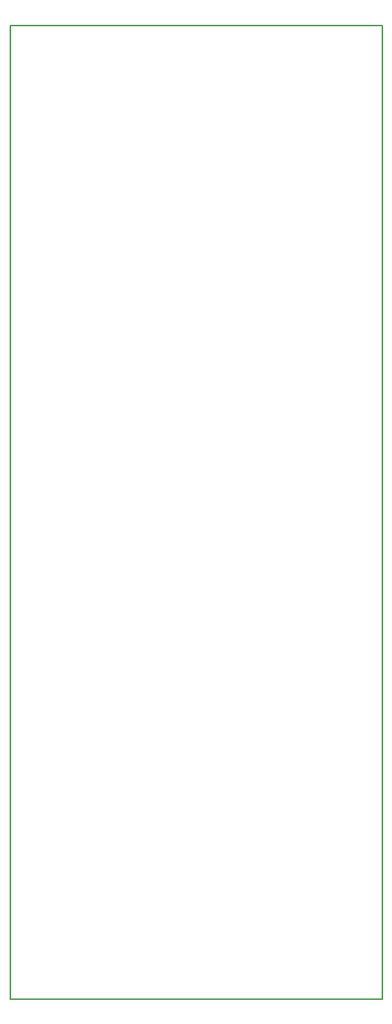
<source format=gbr>
%TF.GenerationSoftware,KiCad,Pcbnew,(6.0.5-0)*%
%TF.CreationDate,2022-05-19T17:28:56-04:00*%
%TF.ProjectId,test_project,74657374-5f70-4726-9f6a-6563742e6b69,rev?*%
%TF.SameCoordinates,Original*%
%TF.FileFunction,Profile,NP*%
%FSLAX46Y46*%
G04 Gerber Fmt 4.6, Leading zero omitted, Abs format (unit mm)*
G04 Created by KiCad (PCBNEW (6.0.5-0)) date 2022-05-19 17:28:56*
%MOMM*%
%LPD*%
G01*
G04 APERTURE LIST*
%TA.AperFunction,Profile*%
%ADD10C,0.200000*%
%TD*%
G04 APERTURE END LIST*
D10*
X149860000Y-149860000D02*
X104140000Y-149860000D01*
X104140000Y-149860000D02*
X104140000Y-30480000D01*
X104140000Y-30480000D02*
X149860000Y-30480000D01*
X149860000Y-30480000D02*
X149860000Y-149860000D01*
M02*

</source>
